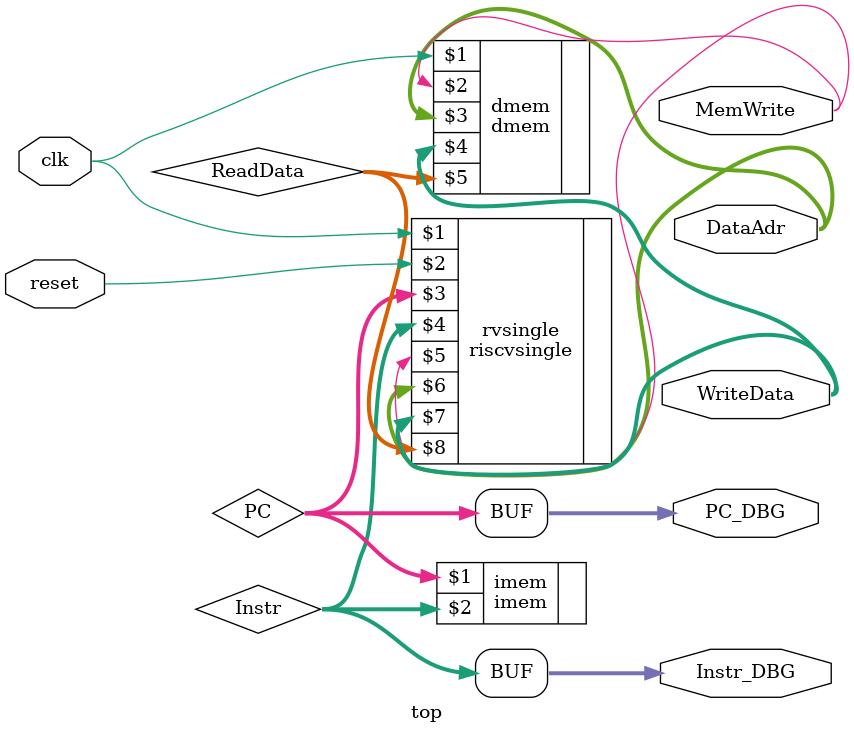
<source format=sv>
module top(input  logic        clk, reset, 
           output logic [31:0] WriteData, DataAdr, 
           output logic        MemWrite,
			  output logic [31:0] PC_DBG,
			  output logic [31:0] Instr_DBG
			  );

  logic [31:0] PC, Instr, ReadData;
  
  // instantiate processor and memories
  riscvsingle rvsingle(clk, reset, PC, Instr, MemWrite, DataAdr, 
                       WriteData, ReadData);
					  
  imem imem(PC, Instr);
  
  dmem dmem(clk, MemWrite, DataAdr, WriteData, ReadData);
  
  
  
  assign PC_DBG = PC;
  assign Instr_DBG = Instr;

    
endmodule


</source>
